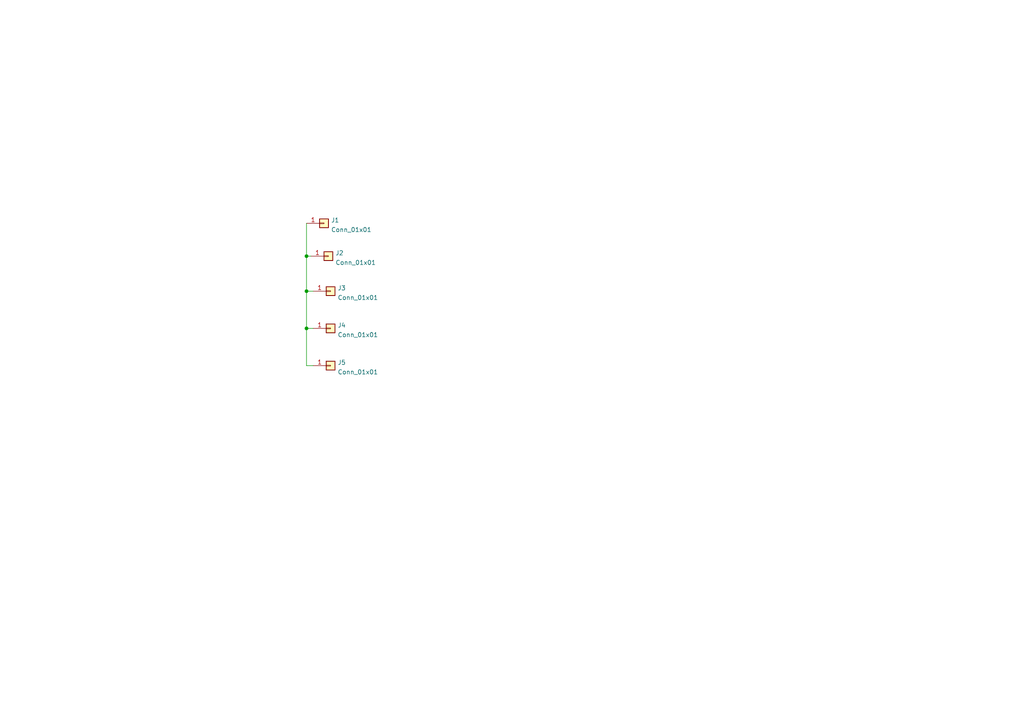
<source format=kicad_sch>
(kicad_sch (version 20230121) (generator eeschema)
  (paper "A4")
  (lib_symbols
    (symbol "Connector_Generic:Conn_01x01" (pin_names (offset 1.016) hide)
      (property "Reference" "J" (at 0 2.54 0))
      (property "Value" "Conn_01x01" (at 0 -2.54 0))
      (symbol "Conn_01x01_1_1"
        (rectangle (start -1.27 0.127) (end 0 -0.127) (stroke (width 0.1524)))
        (rectangle (start -1.27 1.27) (end 1.27 -1.27) (stroke (width 0.254)) (fill (type background)))
        (pin passive line (at -5.08 0 0) (length 3.81) (name "Pin_1") (number "1"))
      )
    )
  )
  (junction (at 88.9 84.455))
  (junction (at 88.9 95.25))
  (junction (at 88.9 74.295))
  (wire (pts (xy 90.805 84.455) (xy 88.9 84.455)))
  (wire (pts (xy 88.9 74.295) (xy 88.9 64.77)))
  (wire (pts (xy 90.805 95.25) (xy 88.9 95.25)))
  (wire (pts (xy 88.9 84.455) (xy 88.9 74.295)))
  (wire (pts (xy 88.9 95.25) (xy 88.9 84.455)))
  (wire (pts (xy 90.17 74.295) (xy 88.9 74.295)))
  (wire (pts (xy 88.9 106.045) (xy 88.9 95.25)))
  (wire (pts (xy 90.805 106.045) (xy 88.9 106.045)))
  (symbol (lib_id "Connector_Generic:Conn_01x01") (at 95.885 106.045 0) (unit 1)
    (property "Reference" "J5" (at 97.917 105.1365 0) (effects (justify left)))
    (property "Value" "Conn_01x01" (at 97.917 107.9116 0) (effects (justify left)))
    (property "Footprint" "Connector_PinHeader_2.54mm:PinHeader_1x01_P2.54mm_Vertical" (effects hide))
  )
  (symbol (lib_id "Connector_Generic:Conn_01x01") (at 95.25 74.295 0) (unit 1)
    (property "Reference" "J2" (at 97.282 73.3865 0) (effects (justify left)))
    (property "Value" "Conn_01x01" (at 97.282 76.1616 0) (effects (justify left)))
    (property "Footprint" "Connector_PinHeader_2.54mm:PinHeader_1x01_P2.54mm_Vertical" (effects hide))
  )
  (symbol (lib_id "Connector_Generic:Conn_01x01") (at 93.98 64.77 0) (unit 1)
    (property "Reference" "J1" (at 96.012 63.8615 0) (effects (justify left)))
    (property "Value" "Conn_01x01" (at 96.012 66.6366 0) (effects (justify left)))
    (property "Footprint" "Connector_PinHeader_2.54mm:PinHeader_1x01_P2.54mm_Vertical" (effects hide))
  )
  (symbol (lib_id "Connector_Generic:Conn_01x01") (at 95.885 95.25 0) (unit 1)
    (property "Reference" "J4" (at 97.917 94.3415 0) (effects (justify left)))
    (property "Value" "Conn_01x01" (at 97.917 97.1166 0) (effects (justify left)))
    (property "Footprint" "Connector_PinHeader_2.54mm:PinHeader_1x01_P2.54mm_Vertical" (effects hide))
  )
  (symbol (lib_id "Connector_Generic:Conn_01x01") (at 95.885 84.455 0) (unit 1)
    (property "Reference" "J3" (at 97.917 83.5465 0) (effects (justify left)))
    (property "Value" "Conn_01x01" (at 97.917 86.3216 0) (effects (justify left)))
    (property "Footprint" "Connector_PinHeader_2.54mm:PinHeader_1x01_P2.54mm_Vertical" (effects hide))
  )
)
</source>
